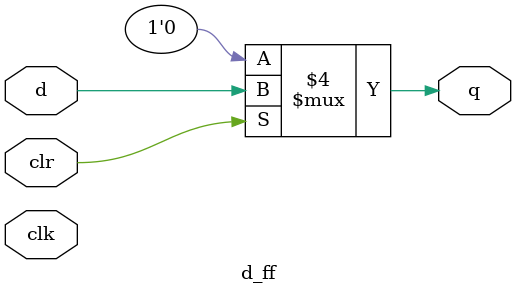
<source format=v>


module d_ff(
    input d,
    input clr,
    input clk,
    output reg q);

    always @ (clk or clr)
        if(!clr)
          q <=0;
        else   
          q <= d;

endmodule

</source>
